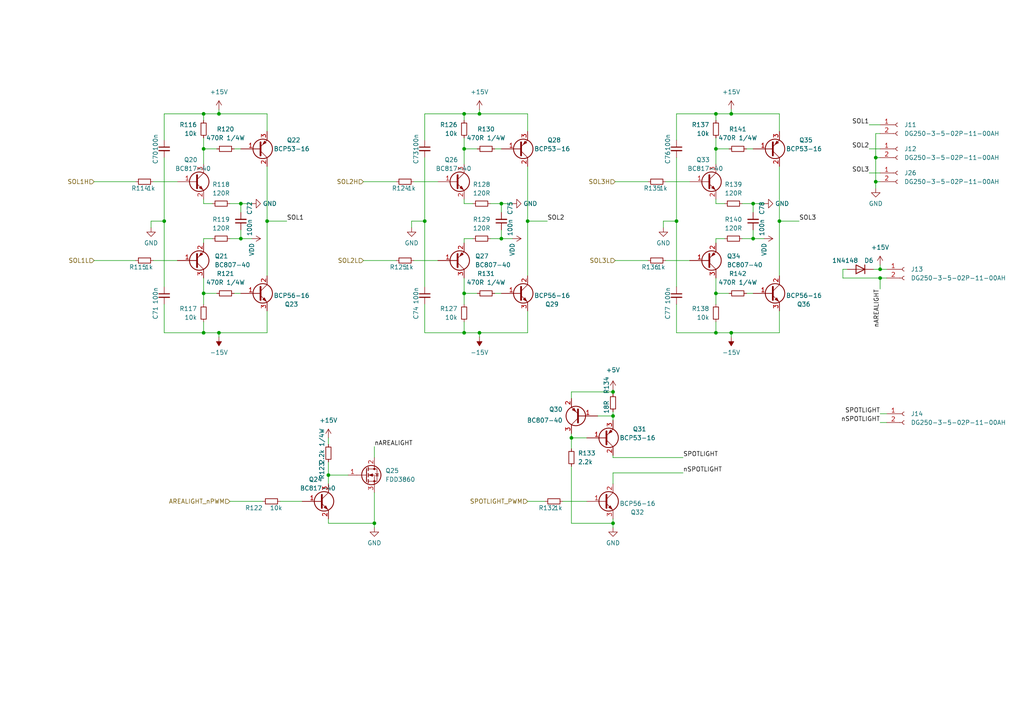
<source format=kicad_sch>
(kicad_sch (version 20231120) (generator "eeschema") (generator_version "8.0")
  (paper "A4")
  (lib_symbols
    (symbol "Connector:Conn_01x02_Female" (pin_names (offset 1.016) hide)
      (property "Reference" "J" (at 0 2.54 0))
      (property "Value" "Conn_01x02_Female" (at 0 -5.08 0))
      (symbol "Conn_01x02_Female_1_1"
        (arc (start 0 -2.032) (mid -0.5058 -2.54) (end 0 -3.048) (stroke (width 0.1524)))
        (polyline (pts (xy -1.27 -2.54) (xy -0.508 -2.54)) (stroke (width 0.1524)))
        (polyline (pts (xy -1.27 0) (xy -0.508 0)) (stroke (width 0.1524)))
        (arc (start 0 0.508) (mid -0.5058 0) (end 0 -0.508) (stroke (width 0.1524)))
        (pin passive line (at -5.08 0 0) (length 3.81) (name "Pin_1") (number "1"))
        (pin passive line (at -5.08 -2.54 0) (length 3.81) (name "Pin_2") (number "2"))
      )
    )
    (symbol "Device:C_Small" (pin_numbers hide) (pin_names (offset 0.254) hide)
      (property "Reference" "C" (at 0.254 1.778 0))
      (property "Value" "C_Small" (at 0.254 -2.032 0))
      (symbol "C_Small_0_1"
        (polyline (pts (xy -1.524 -0.508) (xy 1.524 -0.508)) (stroke (width 0.3302)))
        (polyline (pts (xy -1.524 0.508) (xy 1.524 0.508)) (stroke (width 0.3048)))
      )
      (symbol "C_Small_1_1"
        (pin passive line (at 0 2.54 270) (length 2.032) (name "~") (number "1"))
        (pin passive line (at 0 -2.54 90) (length 2.032) (name "~") (number "2"))
      )
    )
    (symbol "Device:Q_NMOS_GDS" (pin_names (offset 0) hide)
      (property "Reference" "Q" (at 5.08 1.27 0))
      (property "Value" "Q_NMOS_GDS" (at 5.08 -1.27 0))
      (symbol "Q_NMOS_GDS_0_1"
        (polyline (pts (xy 0.254 0) (xy -2.54 0)))
        (polyline (pts (xy 0.254 1.905) (xy 0.254 -1.905)) (stroke (width 0.254)))
        (polyline (pts (xy 0.762 -1.27) (xy 0.762 -2.286)) (stroke (width 0.254)))
        (polyline (pts (xy 0.762 0.508) (xy 0.762 -0.508)) (stroke (width 0.254)))
        (polyline (pts (xy 0.762 2.286) (xy 0.762 1.27)) (stroke (width 0.254)))
        (polyline (pts (xy 2.54 2.54) (xy 2.54 1.778)))
        (polyline (pts (xy 2.54 -2.54) (xy 2.54 0) (xy 0.762 0)))
        (polyline (pts (xy 0.762 -1.778) (xy 3.302 -1.778) (xy 3.302 1.778) (xy 0.762 1.778)))
        (polyline (pts (xy 1.016 0) (xy 2.032 0.381) (xy 2.032 -0.381) (xy 1.016 0)) (fill (type outline)))
        (polyline (pts (xy 2.794 0.508) (xy 2.921 0.381) (xy 3.683 0.381) (xy 3.81 0.254)))
        (polyline (pts (xy 3.302 0.381) (xy 2.921 -0.254) (xy 3.683 -0.254) (xy 3.302 0.381)))
        (circle (center 1.651 0) (radius 2.794) (stroke (width 0.254)))
        (circle (center 2.54 -1.778) (radius 0.254) (fill (type outline)))
        (circle (center 2.54 1.778) (radius 0.254) (fill (type outline)))
      )
      (symbol "Q_NMOS_GDS_1_1"
        (pin input line (at -5.08 0 0) (length 2.54) (name "G") (number "1"))
        (pin passive line (at 2.54 5.08 270) (length 2.54) (name "D") (number "2"))
        (pin passive line (at 2.54 -5.08 90) (length 2.54) (name "S") (number "3"))
      )
    )
    (symbol "Device:Q_PNP_BEC" (pin_names (offset 0) hide)
      (property "Reference" "Q" (at 5.08 1.27 0))
      (property "Value" "Q_PNP_BEC" (at 5.08 -1.27 0))
      (symbol "Q_PNP_BEC_0_1"
        (polyline (pts (xy 0.635 0.635) (xy 2.54 2.54)))
        (polyline (pts (xy 0.635 -0.635) (xy 2.54 -2.54) (xy 2.54 -2.54)))
        (polyline (pts (xy 0.635 1.905) (xy 0.635 -1.905) (xy 0.635 -1.905)) (stroke (width 0.508)))
        (polyline (pts (xy 2.286 -1.778) (xy 1.778 -2.286) (xy 1.27 -1.27) (xy 2.286 -1.778) (xy 2.286 -1.778)) (fill (type outline)))
        (circle (center 1.27 0) (radius 2.8194) (stroke (width 0.254)))
      )
      (symbol "Q_PNP_BEC_1_1"
        (pin input line (at -5.08 0 0) (length 5.715) (name "B") (number "1"))
        (pin passive line (at 2.54 -5.08 90) (length 2.54) (name "E") (number "2"))
        (pin passive line (at 2.54 5.08 270) (length 2.54) (name "C") (number "3"))
      )
    )
    (symbol "Device:R_Small" (pin_numbers hide) (pin_names (offset 0.254) hide)
      (property "Reference" "R" (at 0.762 0.508 0))
      (property "Value" "R_Small" (at 0.762 -1.016 0))
      (symbol "R_Small_0_1"
        (rectangle (start -0.762 1.778) (end 0.762 -1.778) (stroke (width 0.2032)))
      )
      (symbol "R_Small_1_1"
        (pin passive line (at 0 2.54 270) (length 0.762) (name "~") (number "1"))
        (pin passive line (at 0 -2.54 90) (length 0.762) (name "~") (number "2"))
      )
    )
    (symbol "Diode:1N4148" (pin_numbers hide) (pin_names (offset 1.016) hide)
      (property "Reference" "D" (at 0 2.54 0))
      (property "Value" "1N4148" (at 0 -2.54 0))
      (symbol "1N4148_0_1"
        (polyline (pts (xy -1.27 1.27) (xy -1.27 -1.27)) (stroke (width 0.254)))
        (polyline (pts (xy 1.27 0) (xy -1.27 0)))
        (polyline (pts (xy 1.27 1.27) (xy 1.27 -1.27) (xy -1.27 0) (xy 1.27 1.27)) (stroke (width 0.254)))
      )
      (symbol "1N4148_1_1"
        (pin passive line (at -3.81 0 0) (length 2.54) (name "K") (number "1"))
        (pin passive line (at 3.81 0 180) (length 2.54) (name "A") (number "2"))
      )
    )
    (symbol "Transistor_BJT:BC817" (pin_names (offset 0) hide)
      (property "Reference" "Q" (at 5.08 1.905 0))
      (property "Value" "BC817" (at 5.08 0 0))
      (symbol "BC817_0_1"
        (polyline (pts (xy 0.635 0.635) (xy 2.54 2.54)))
        (polyline (pts (xy 0.635 -0.635) (xy 2.54 -2.54) (xy 2.54 -2.54)))
        (polyline (pts (xy 0.635 1.905) (xy 0.635 -1.905) (xy 0.635 -1.905)) (stroke (width 0.508)))
        (polyline (pts (xy 1.27 -1.778) (xy 1.778 -1.27) (xy 2.286 -2.286) (xy 1.27 -1.778) (xy 1.27 -1.778)) (fill (type outline)))
        (circle (center 1.27 0) (radius 2.8194) (stroke (width 0.254)))
      )
      (symbol "BC817_1_1"
        (pin input line (at -5.08 0 0) (length 5.715) (name "B") (number "1"))
        (pin passive line (at 2.54 -5.08 90) (length 2.54) (name "E") (number "2"))
        (pin passive line (at 2.54 5.08 270) (length 2.54) (name "C") (number "3"))
      )
    )
    (symbol "Transistor_BJT:BCP53" (pin_names (offset 0) hide)
      (property "Reference" "Q" (at 5.08 1.905 0))
      (property "Value" "BCP53" (at 5.08 0 0))
      (symbol "BCP53_0_1"
        (polyline (pts (xy 0.635 0.635) (xy 2.54 2.54)))
        (polyline (pts (xy 0.635 -0.635) (xy 2.54 -2.54) (xy 2.54 -2.54)))
        (polyline (pts (xy 0.635 1.905) (xy 0.635 -1.905) (xy 0.635 -1.905)) (stroke (width 0.508)))
        (polyline (pts (xy 2.286 -1.778) (xy 1.778 -2.286) (xy 1.27 -1.27) (xy 2.286 -1.778) (xy 2.286 -1.778)) (fill (type outline)))
        (circle (center 1.27 0) (radius 2.8194) (stroke (width 0.254)))
      )
      (symbol "BCP53_1_1"
        (pin input line (at -5.08 0 0) (length 5.715) (name "B") (number "1"))
        (pin passive line (at 2.54 5.08 270) (length 2.54) (name "C") (number "2"))
        (pin passive line (at 2.54 -5.08 90) (length 2.54) (name "E") (number "3"))
        (pin passive line (at 2.54 5.08 270) (length 2.54) hide (name "C") (number "4"))
      )
    )
    (symbol "Transistor_BJT:BCP56" (pin_names (offset 0) hide)
      (property "Reference" "Q" (at 5.08 1.905 0))
      (property "Value" "BCP56" (at 5.08 0 0))
      (symbol "BCP56_0_1"
        (polyline (pts (xy 0.635 0.635) (xy 2.54 2.54)))
        (polyline (pts (xy 0.635 -0.635) (xy 2.54 -2.54) (xy 2.54 -2.54)))
        (polyline (pts (xy 0.635 1.905) (xy 0.635 -1.905) (xy 0.635 -1.905)) (stroke (width 0.508)))
        (polyline (pts (xy 1.27 -1.778) (xy 1.778 -1.27) (xy 2.286 -2.286) (xy 1.27 -1.778) (xy 1.27 -1.778)) (fill (type outline)))
        (circle (center 1.27 0) (radius 2.8194) (stroke (width 0.254)))
      )
      (symbol "BCP56_1_1"
        (pin input line (at -5.08 0 0) (length 5.715) (name "B") (number "1"))
        (pin passive line (at 2.54 5.08 270) (length 2.54) (name "C") (number "2"))
        (pin passive line (at 2.54 -5.08 90) (length 2.54) (name "E") (number "3"))
        (pin passive line (at 2.54 5.08 270) (length 2.54) hide (name "C") (number "4"))
      )
    )
    (symbol "power:+15V" (power) (pin_names (offset 0))
      (property "Value" "+15V" (at 0 3.556 0))
      (symbol "+15V_0_1"
        (polyline (pts (xy -0.762 1.27) (xy 0 2.54)))
        (polyline (pts (xy 0 0) (xy 0 2.54)))
        (polyline (pts (xy 0 2.54) (xy 0.762 1.27)))
      )
      (symbol "+15V_1_1"
        (pin power_in line (at 0 0 90) (length 0) hide (name "+15V") (number "1"))
      )
    )
    (symbol "power:+5V" (power) (pin_names (offset 0))
      (property "Value" "+5V" (at 0 3.556 0))
      (symbol "+5V_0_1"
        (polyline (pts (xy -0.762 1.27) (xy 0 2.54)))
        (polyline (pts (xy 0 0) (xy 0 2.54)))
        (polyline (pts (xy 0 2.54) (xy 0.762 1.27)))
      )
      (symbol "+5V_1_1"
        (pin power_in line (at 0 0 90) (length 0) hide (name "+5V") (number "1"))
      )
    )
    (symbol "power:-15V" (power) (pin_names (offset 0))
      (property "Value" "-15V" (at 0 3.81 0))
      (symbol "-15V_0_0"
        (pin power_in line (at 0 0 90) (length 0) hide (name "-15V") (number "1"))
      )
      (symbol "-15V_0_1"
        (polyline (pts (xy 0 0) (xy 0 1.27) (xy 0.762 1.27) (xy 0 2.54) (xy -0.762 1.27) (xy 0 1.27)) (fill (type outline)))
      )
    )
    (symbol "power:GND" (power) (pin_names (offset 0))
      (property "Value" "GND" (at 0 -3.81 0))
      (symbol "GND_0_1"
        (polyline (pts (xy 0 0) (xy 0 -1.27) (xy 1.27 -1.27) (xy 0 -2.54) (xy -1.27 -1.27) (xy 0 -1.27)))
      )
      (symbol "GND_1_1"
        (pin power_in line (at 0 0 270) (length 0) hide (name "GND") (number "1"))
      )
    )
    (symbol "power:VDD" (power) (pin_names (offset 0))
      (property "Value" "VDD" (at 0 3.81 0))
      (symbol "VDD_0_1"
        (polyline (pts (xy -0.762 1.27) (xy 0 2.54)))
        (polyline (pts (xy 0 0) (xy 0 2.54)))
        (polyline (pts (xy 0 2.54) (xy 0.762 1.27)))
      )
      (symbol "VDD_1_1"
        (pin power_in line (at 0 0 90) (length 0) hide (name "VDD") (number "1"))
      )
    )
  )
  (junction (at 177.8 120.65))
  (junction (at 47.625 64.135))
  (junction (at 59.055 96.52))
  (junction (at 69.85 69.215))
  (junction (at 153.035 64.135))
  (junction (at 207.645 33.02))
  (junction (at 63.5 33.02))
  (junction (at 212.09 33.02))
  (junction (at 95.25 137.795))
  (junction (at 145.415 69.215))
  (junction (at 59.055 43.18))
  (junction (at 77.47 64.135))
  (junction (at 218.44 69.215))
  (junction (at 69.85 59.055))
  (junction (at 108.585 151.765))
  (junction (at 134.62 43.18))
  (junction (at 254 45.72))
  (junction (at 207.645 85.09))
  (junction (at 134.62 85.09))
  (junction (at 196.215 64.135))
  (junction (at 254 52.705))
  (junction (at 255.27 80.645))
  (junction (at 212.09 96.52))
  (junction (at 255.27 78.105))
  (junction (at 177.8 113.665))
  (junction (at 134.62 96.52))
  (junction (at 165.735 127))
  (junction (at 123.19 64.135))
  (junction (at 139.065 96.52))
  (junction (at 63.5 96.52))
  (junction (at 226.06 64.135))
  (junction (at 207.645 96.52))
  (junction (at 134.62 33.02))
  (junction (at 59.055 33.02))
  (junction (at 145.415 59.055))
  (junction (at 177.8 151.765))
  (junction (at 207.645 43.18))
  (junction (at 218.44 59.055))
  (junction (at 59.055 85.09))
  (junction (at 139.065 33.02))
  (wire (pts (xy 67.945 85.09) (xy 69.85 85.09)))
  (wire (pts (xy 226.06 64.135) (xy 231.775 64.135)))
  (wire (pts (xy 163.195 145.415) (xy 170.18 145.415)))
  (wire (pts (xy 59.055 43.18) (xy 59.055 47.625)))
  (wire (pts (xy 134.62 33.02) (xy 139.065 33.02)))
  (wire (pts (xy 95.25 137.795) (xy 95.25 140.335)))
  (wire (pts (xy 119.38 64.135) (xy 123.19 64.135)))
  (wire (pts (xy 134.62 80.645) (xy 134.62 85.09)))
  (wire (pts (xy 123.19 64.135) (xy 123.19 83.185)))
  (wire (pts (xy 63.5 31.75) (xy 63.5 33.02)))
  (wire (pts (xy 105.41 52.705) (xy 114.935 52.705)))
  (wire (pts (xy 170.18 127) (xy 165.735 127)))
  (wire (pts (xy 255.27 78.105) (xy 257.175 78.105)))
  (wire (pts (xy 177.8 113.03) (xy 177.8 113.665)))
  (wire (pts (xy 177.8 151.765) (xy 177.8 153.035)))
  (wire (pts (xy 47.625 45.72) (xy 47.625 64.135)))
  (wire (pts (xy 47.625 33.02) (xy 59.055 33.02)))
  (wire (pts (xy 120.015 75.565) (xy 127 75.565)))
  (wire (pts (xy 139.065 96.52) (xy 139.065 97.79)))
  (wire (pts (xy 207.645 40.005) (xy 207.645 43.18)))
  (wire (pts (xy 193.04 75.565) (xy 200.025 75.565)))
  (wire (pts (xy 47.625 64.135) (xy 47.625 83.185)))
  (wire (pts (xy 257.175 80.645) (xy 255.27 80.645)))
  (wire (pts (xy 153.035 90.17) (xy 153.035 96.52)))
  (wire (pts (xy 177.8 113.665) (xy 177.8 114.3)))
  (wire (pts (xy 139.065 96.52) (xy 153.035 96.52)))
  (wire (pts (xy 43.815 66.04) (xy 43.815 64.135)))
  (wire (pts (xy 77.47 64.135) (xy 77.47 80.01)))
  (wire (pts (xy 105.41 75.565) (xy 114.935 75.565)))
  (wire (pts (xy 207.645 33.02) (xy 212.09 33.02)))
  (wire (pts (xy 66.675 145.415) (xy 76.2 145.415)))
  (wire (pts (xy 226.06 90.17) (xy 226.06 96.52)))
  (wire (pts (xy 153.035 64.135) (xy 158.75 64.135)))
  (wire (pts (xy 207.645 96.52) (xy 212.09 96.52)))
  (wire (pts (xy 134.62 43.18) (xy 134.62 47.625)))
  (wire (pts (xy 47.625 88.265) (xy 47.625 96.52)))
  (wire (pts (xy 165.735 151.765) (xy 177.8 151.765)))
  (wire (pts (xy 143.51 43.18) (xy 145.415 43.18)))
  (wire (pts (xy 145.415 69.215) (xy 142.24 69.215)))
  (wire (pts (xy 218.44 69.215) (xy 215.265 69.215)))
  (wire (pts (xy 212.09 96.52) (xy 212.09 97.79)))
  (wire (pts (xy 134.62 40.005) (xy 134.62 43.18)))
  (wire (pts (xy 196.215 88.265) (xy 196.215 96.52)))
  (wire (pts (xy 134.62 33.02) (xy 134.62 34.925)))
  (wire (pts (xy 69.85 59.055) (xy 69.85 61.595)))
  (wire (pts (xy 244.475 80.645) (xy 244.475 78.105)))
  (wire (pts (xy 139.065 33.02) (xy 153.035 33.02)))
  (wire (pts (xy 134.62 43.18) (xy 138.43 43.18)))
  (wire (pts (xy 63.5 96.52) (xy 63.5 97.79)))
  (wire (pts (xy 44.45 52.705) (xy 51.435 52.705)))
  (wire (pts (xy 59.055 33.02) (xy 63.5 33.02)))
  (wire (pts (xy 221.615 69.215) (xy 218.44 69.215)))
  (wire (pts (xy 77.47 33.02) (xy 77.47 38.1)))
  (wire (pts (xy 178.435 75.565) (xy 187.96 75.565)))
  (wire (pts (xy 255.27 76.835) (xy 255.27 78.105)))
  (wire (pts (xy 192.405 64.135) (xy 196.215 64.135)))
  (wire (pts (xy 123.19 45.72) (xy 123.19 64.135)))
  (wire (pts (xy 177.8 132.08) (xy 177.8 132.715)))
  (wire (pts (xy 255.27 120.015) (xy 257.175 120.015)))
  (wire (pts (xy 252.095 36.195) (xy 255.27 36.195)))
  (wire (pts (xy 134.62 69.215) (xy 134.62 70.485)))
  (wire (pts (xy 73.025 69.215) (xy 69.85 69.215)))
  (wire (pts (xy 134.62 85.09) (xy 134.62 88.265)))
  (wire (pts (xy 27.305 75.565) (xy 39.37 75.565)))
  (wire (pts (xy 165.735 135.255) (xy 165.735 151.765)))
  (wire (pts (xy 212.09 33.02) (xy 226.06 33.02)))
  (wire (pts (xy 59.055 33.02) (xy 59.055 34.925)))
  (wire (pts (xy 134.62 57.785) (xy 134.62 59.055)))
  (wire (pts (xy 173.355 120.65) (xy 177.8 120.65)))
  (wire (pts (xy 69.85 66.675) (xy 69.85 69.215)))
  (wire (pts (xy 207.645 57.785) (xy 207.645 59.055)))
  (wire (pts (xy 207.645 93.345) (xy 207.645 96.52)))
  (wire (pts (xy 255.27 80.645) (xy 255.27 83.82)))
  (wire (pts (xy 177.8 119.38) (xy 177.8 120.65)))
  (wire (pts (xy 142.24 59.055) (xy 145.415 59.055)))
  (wire (pts (xy 134.62 85.09) (xy 138.43 85.09)))
  (wire (pts (xy 216.535 85.09) (xy 218.44 85.09)))
  (wire (pts (xy 196.215 33.02) (xy 196.215 40.64)))
  (wire (pts (xy 139.065 31.75) (xy 139.065 33.02)))
  (wire (pts (xy 153.035 145.415) (xy 158.115 145.415)))
  (wire (pts (xy 207.645 43.18) (xy 211.455 43.18)))
  (wire (pts (xy 145.415 59.055) (xy 145.415 61.595)))
  (wire (pts (xy 226.06 48.26) (xy 226.06 64.135)))
  (wire (pts (xy 207.645 59.055) (xy 210.185 59.055)))
  (wire (pts (xy 226.06 33.02) (xy 226.06 38.1)))
  (wire (pts (xy 252.095 50.165) (xy 255.27 50.165)))
  (wire (pts (xy 192.405 66.04) (xy 192.405 64.135)))
  (wire (pts (xy 77.47 64.135) (xy 83.185 64.135)))
  (wire (pts (xy 177.8 120.65) (xy 177.8 121.92)))
  (wire (pts (xy 254 52.705) (xy 255.27 52.705)))
  (wire (pts (xy 196.215 45.72) (xy 196.215 64.135)))
  (wire (pts (xy 66.675 59.055) (xy 69.85 59.055)))
  (wire (pts (xy 177.8 137.16) (xy 198.12 137.16)))
  (wire (pts (xy 69.85 69.215) (xy 66.675 69.215)))
  (wire (pts (xy 255.27 80.645) (xy 244.475 80.645)))
  (wire (pts (xy 255.27 38.735) (xy 254 38.735)))
  (wire (pts (xy 27.305 52.705) (xy 39.37 52.705)))
  (wire (pts (xy 177.8 132.715) (xy 198.12 132.715)))
  (wire (pts (xy 95.25 127) (xy 95.25 128.905)))
  (wire (pts (xy 95.25 151.765) (xy 108.585 151.765)))
  (wire (pts (xy 207.645 85.09) (xy 211.455 85.09)))
  (wire (pts (xy 59.055 40.005) (xy 59.055 43.18)))
  (wire (pts (xy 59.055 69.215) (xy 59.055 70.485)))
  (wire (pts (xy 77.47 90.17) (xy 77.47 96.52)))
  (wire (pts (xy 226.06 64.135) (xy 226.06 80.01)))
  (wire (pts (xy 44.45 75.565) (xy 51.435 75.565)))
  (wire (pts (xy 252.095 43.18) (xy 255.27 43.18)))
  (wire (pts (xy 196.215 96.52) (xy 207.645 96.52)))
  (wire (pts (xy 145.415 66.675) (xy 145.415 69.215)))
  (wire (pts (xy 119.38 66.04) (xy 119.38 64.135)))
  (wire (pts (xy 108.585 151.765) (xy 108.585 153.035)))
  (wire (pts (xy 207.645 80.645) (xy 207.645 85.09)))
  (wire (pts (xy 210.185 69.215) (xy 207.645 69.215)))
  (wire (pts (xy 212.09 31.75) (xy 212.09 33.02)))
  (wire (pts (xy 134.62 93.345) (xy 134.62 96.52)))
  (wire (pts (xy 207.645 69.215) (xy 207.645 70.485)))
  (wire (pts (xy 123.19 88.265) (xy 123.19 96.52)))
  (wire (pts (xy 63.5 96.52) (xy 77.47 96.52)))
  (wire (pts (xy 177.8 140.335) (xy 177.8 137.16)))
  (wire (pts (xy 177.8 150.495) (xy 177.8 151.765)))
  (wire (pts (xy 95.25 150.495) (xy 95.25 151.765)))
  (wire (pts (xy 134.62 96.52) (xy 139.065 96.52)))
  (wire (pts (xy 143.51 85.09) (xy 145.415 85.09)))
  (wire (pts (xy 196.215 33.02) (xy 207.645 33.02)))
  (wire (pts (xy 165.735 127) (xy 165.735 125.73)))
  (wire (pts (xy 108.585 129.54) (xy 108.585 132.715)))
  (wire (pts (xy 137.16 69.215) (xy 134.62 69.215)))
  (wire (pts (xy 61.595 69.215) (xy 59.055 69.215)))
  (wire (pts (xy 253.365 78.105) (xy 255.27 78.105)))
  (wire (pts (xy 63.5 33.02) (xy 77.47 33.02)))
  (wire (pts (xy 153.035 33.02) (xy 153.035 38.1)))
  (wire (pts (xy 77.47 48.26) (xy 77.47 64.135)))
  (wire (pts (xy 207.645 33.02) (xy 207.645 34.925)))
  (wire (pts (xy 254 45.72) (xy 254 52.705)))
  (wire (pts (xy 59.055 43.18) (xy 62.865 43.18)))
  (wire (pts (xy 193.04 52.705) (xy 200.025 52.705)))
  (wire (pts (xy 215.265 59.055) (xy 218.44 59.055)))
  (wire (pts (xy 59.055 96.52) (xy 63.5 96.52)))
  (wire (pts (xy 67.945 43.18) (xy 69.85 43.18)))
  (wire (pts (xy 59.055 93.345) (xy 59.055 96.52)))
  (wire (pts (xy 255.27 122.555) (xy 257.175 122.555)))
  (wire (pts (xy 81.28 145.415) (xy 87.63 145.415)))
  (wire (pts (xy 59.055 85.09) (xy 59.055 88.265)))
  (wire (pts (xy 178.435 52.705) (xy 187.96 52.705)))
  (wire (pts (xy 165.735 115.57) (xy 165.735 113.665)))
  (wire (pts (xy 69.85 59.055) (xy 73.025 59.055)))
  (wire (pts (xy 59.055 85.09) (xy 62.865 85.09)))
  (wire (pts (xy 153.035 48.26) (xy 153.035 64.135)))
  (wire (pts (xy 254 38.735) (xy 254 45.72)))
  (wire (pts (xy 218.44 59.055) (xy 221.615 59.055)))
  (wire (pts (xy 145.415 59.055) (xy 148.59 59.055)))
  (wire (pts (xy 207.645 85.09) (xy 207.645 88.265)))
  (wire (pts (xy 207.645 43.18) (xy 207.645 47.625)))
  (wire (pts (xy 47.625 96.52) (xy 59.055 96.52)))
  (wire (pts (xy 218.44 59.055) (xy 218.44 61.595)))
  (wire (pts (xy 95.25 133.985) (xy 95.25 137.795)))
  (wire (pts (xy 123.19 33.02) (xy 134.62 33.02)))
  (wire (pts (xy 218.44 66.675) (xy 218.44 69.215)))
  (wire (pts (xy 47.625 33.02) (xy 47.625 40.64)))
  (wire (pts (xy 244.475 78.105) (xy 245.745 78.105)))
  (wire (pts (xy 148.59 69.215) (xy 145.415 69.215)))
  (wire (pts (xy 59.055 59.055) (xy 61.595 59.055)))
  (wire (pts (xy 59.055 80.645) (xy 59.055 85.09)))
  (wire (pts (xy 43.815 64.135) (xy 47.625 64.135)))
  (wire (pts (xy 165.735 127) (xy 165.735 130.175)))
  (wire (pts (xy 123.19 33.02) (xy 123.19 40.64)))
  (wire (pts (xy 120.015 52.705) (xy 127 52.705)))
  (wire (pts (xy 216.535 43.18) (xy 218.44 43.18)))
  (wire (pts (xy 153.035 64.135) (xy 153.035 80.01)))
  (wire (pts (xy 212.09 96.52) (xy 226.06 96.52)))
  (wire (pts (xy 95.25 137.795) (xy 100.965 137.795)))
  (wire (pts (xy 254 52.705) (xy 254 54.61)))
  (wire (pts (xy 108.585 142.875) (xy 108.585 151.765)))
  (wire (pts (xy 165.735 113.665) (xy 177.8 113.665)))
  (wire (pts (xy 196.215 64.135) (xy 196.215 83.185)))
  (wire (pts (xy 59.055 57.785) (xy 59.055 59.055)))
  (wire (pts (xy 134.62 59.055) (xy 137.16 59.055)))
  (wire (pts (xy 123.19 96.52) (xy 134.62 96.52)))
  (wire (pts (xy 254 45.72) (xy 255.27 45.72)))
  (label "nSPOTLIGHT" (at 255.27 122.555 180))
  (label "SOL2" (at 158.75 64.135 0))
  (label "nAREALIGHT" (at 108.585 129.54 0))
  (label "SPOTLIGHT" (at 198.12 132.715 0))
  (label "SOL3" (at 252.095 50.165 180))
  (label "nAREALIGHT" (at 255.27 83.82 270))
  (label "SOL2" (at 252.095 43.18 180))
  (label "SPOTLIGHT" (at 255.27 120.015 180))
  (label "nSPOTLIGHT" (at 198.12 137.16 0))
  (label "SOL1" (at 83.185 64.135 0))
  (label "SOL3" (at 231.775 64.135 0))
  (label "SOL1" (at 252.095 36.195 180))
  (hierarchical_label "SPOTLIGHT_PWM" (shape input) (at 153.035 145.415 180))
  (hierarchical_label "SOL3L" (shape input) (at 178.435 75.565 180))
  (hierarchical_label "SOL1H" (shape input) (at 27.305 52.705 180))
  (hierarchical_label "SOL2L" (shape input) (at 105.41 75.565 180))
  (hierarchical_label "SOL1L" (shape input) (at 27.305 75.565 180))
  (hierarchical_label "SOL3H" (shape input) (at 178.435 52.705 180))
  (hierarchical_label "SOL2H" (shape input) (at 105.41 52.705 180))
  (hierarchical_label "AREALIGHT_nPWM" (shape input) (at 66.675 145.415 180))
  (symbol (lib_id "Transistor_BJT:BC817") (at 92.71 145.415 0) (unit 1)
    (property "Reference" "Q24" (at 89.535 139.065 0) (effects (justify left)))
    (property "Value" "BC817-40" (at 86.995 141.605 0) (effects (justify left)))
    (property "Footprint" "Package_TO_SOT_SMD:SOT-23" (effects (hide yes)))
    (property "Datasheet" "https://www.onsemi.com/pub/Collateral/BC818-D.pdf" (effects (hide yes)))
    (property "Link" "https://ozdisan.com/power-semiconductors/transistors/discrete-transistors/BC817-40215" (effects (hide yes)))
    (property "Price" "0.02586" (effects (hide yes)))
  )
  (symbol (lib_id "power:+15V") (at 212.09 31.75 0) (unit 1)
    (property "Reference" "#PWR0125" (effects (hide yes)))
    (property "Value" "+15V" (at 212.09 26.67 0))
  )
  (symbol (lib_id "power:-15V") (at 139.065 97.79 180) (unit 1)
    (property "Reference" "#PWR0119" (effects (hide yes)))
    (property "Value" "-15V" (at 139.065 102.235 0))
  )
  (symbol (lib_id "Device:R_Small") (at 41.91 75.565 270) (unit 1)
    (property "Reference" "R115" (at 40.005 77.47 90))
    (property "Value" "1k" (at 43.18 77.47 90))
    (property "Footprint" "Resistor_SMD:R_0603_1608Metric_Pad0.98x0.95mm_HandSolder" (effects (hide yes)))
    (property "Link" "https://ozdisan.com/passive-components/resistors/smt-smd-and-chip-resistors/0603SAF1001T5E" (effects (hide yes)))
    (property "Price" "0.00221" (effects (hide yes)))
  )
  (symbol (lib_id "Device:Q_PNP_BEC") (at 56.515 75.565 0) (mirror x) (unit 1)
    (property "Reference" "Q21" (at 62.23 74.2949 0) (effects (justify left)))
    (property "Value" "BC807-40" (at 62.23 76.8349 0) (effects (justify left)))
    (property "Footprint" "Package_TO_SOT_SMD:SOT-23" (effects (hide yes)))
    (property "Link" "https://ozdisan.com/power-semiconductors/transistors/discrete-transistors/BC807-40215" (effects (hide yes)))
    (property "Price" "0.02281" (effects (hide yes)))
  )
  (symbol (lib_id "Device:R_Small") (at 190.5 75.565 270) (unit 1)
    (property "Reference" "R136" (at 188.595 77.47 90))
    (property "Value" "1k" (at 191.77 77.47 90))
    (property "Footprint" "Resistor_SMD:R_0603_1608Metric_Pad0.98x0.95mm_HandSolder" (effects (hide yes)))
    (property "Link" "https://ozdisan.com/passive-components/resistors/smt-smd-and-chip-resistors/0603SAF1001T5E" (effects (hide yes)))
    (property "Price" "0.00221" (effects (hide yes)))
  )
  (symbol (lib_id "power:-15V") (at 212.09 97.79 180) (unit 1)
    (property "Reference" "#PWR0126" (effects (hide yes)))
    (property "Value" "-15V" (at 212.09 102.235 0))
  )
  (symbol (lib_id "Device:R_Small") (at 139.7 59.055 270) (unit 1)
    (property "Reference" "R128" (at 139.7 53.5001 90))
    (property "Value" "120R" (at 139.7 56.0401 90))
    (property "Footprint" "Resistor_SMD:R_0603_1608Metric_Pad0.98x0.95mm_HandSolder" (effects (hide yes)))
    (property "Link" "https://ozdisan.com/passive-components/resistors/smt-smd-and-chip-resistors/0603WAJ0121T5E" (effects (hide yes)))
    (property "Price" "0.00169" (effects (hide yes)))
  )
  (symbol (lib_id "Device:R_Small") (at 213.995 85.09 90) (unit 1)
    (property "Reference" "R142" (at 213.995 79.375 90))
    (property "Value" "470R 1/4W" (at 213.995 81.915 90))
    (property "Footprint" "Resistor_SMD:R_0805_2012Metric_Pad1.20x1.40mm_HandSolder" (effects (hide yes)))
    (property "Link" "https://ozdisan.com/passive-components/resistors/smt-smd-and-chip-resistors/HP05W3F4700T5E" (effects (hide yes)))
    (property "Price" "0.01040" (effects (hide yes)))
  )
  (symbol (lib_id "Device:R_Small") (at 41.91 52.705 270) (unit 1)
    (property "Reference" "R114" (at 40.64 54.61 90))
    (property "Value" "1k" (at 43.815 54.61 90))
    (property "Footprint" "Resistor_SMD:R_0603_1608Metric_Pad0.98x0.95mm_HandSolder" (effects (hide yes)))
    (property "Link" "https://ozdisan.com/passive-components/resistors/smt-smd-and-chip-resistors/0603SAF1001T5E" (effects (hide yes)))
    (property "Price" "0.00221" (effects (hide yes)))
  )
  (symbol (lib_id "Transistor_BJT:BCP53") (at 175.26 127 0) (mirror x) (unit 1)
    (property "Reference" "Q31" (at 183.515 124.46 0) (effects (justify left)))
    (property "Value" "BCP53-16" (at 179.705 127 0) (effects (justify left)))
    (property "Footprint" "Package_TO_SOT_SMD:SOT-223" (effects (hide yes)))
    (property "Datasheet" "http://www.onsemi.com/pub_link/Collateral/BCP53T1-D.PDF" (effects (hide yes)))
    (property "Link" "https://ozdisan.com/power-semiconductors/transistors/discrete-transistors/BCP53-16115" (effects (hide yes)))
    (property "Price" "0.13099" (effects (hide yes)))
  )
  (symbol (lib_id "Transistor_BJT:BCP53") (at 223.52 43.18 0) (mirror x) (unit 1)
    (property "Reference" "Q35" (at 231.775 40.64 0) (effects (justify left)))
    (property "Value" "BCP53-16" (at 227.965 43.18 0) (effects (justify left)))
    (property "Footprint" "Package_TO_SOT_SMD:SOT-223" (effects (hide yes)))
    (property "Datasheet" "http://www.onsemi.com/pub_link/Collateral/BCP53T1-D.PDF" (effects (hide yes)))
    (property "Link" "https://ozdisan.com/power-semiconductors/transistors/discrete-transistors/BCP53-16115" (effects (hide yes)))
    (property "Price" "0.13099" (effects (hide yes)))
  )
  (symbol (lib_id "Transistor_BJT:BCP53") (at 150.495 43.18 0) (mirror x) (unit 1)
    (property "Reference" "Q28" (at 158.75 40.64 0) (effects (justify left)))
    (property "Value" "BCP53-16" (at 154.94 43.18 0) (effects (justify left)))
    (property "Footprint" "Package_TO_SOT_SMD:SOT-223" (effects (hide yes)))
    (property "Datasheet" "http://www.onsemi.com/pub_link/Collateral/BCP53T1-D.PDF" (effects (hide yes)))
    (property "Link" "https://ozdisan.com/power-semiconductors/transistors/discrete-transistors/BCP53-16115" (effects (hide yes)))
    (property "Price" "0.13099" (effects (hide yes)))
  )
  (symbol (lib_id "Device:Q_PNP_BEC") (at 168.275 120.65 180) (unit 1)
    (property "Reference" "Q30" (at 163.195 118.7449 0) (effects (justify left)))
    (property "Value" "BC807-40" (at 163.195 121.9199 0) (effects (justify left)))
    (property "Footprint" "Package_TO_SOT_SMD:SOT-23" (effects (hide yes)))
    (property "Link" "https://ozdisan.com/power-semiconductors/transistors/discrete-transistors/BC807-40215" (effects (hide yes)))
    (property "Price" "0.02281" (effects (hide yes)))
  )
  (symbol (lib_id "Device:R_Small") (at 65.405 85.09 90) (unit 1)
    (property "Reference" "R121" (at 65.405 79.375 90))
    (property "Value" "470R 1/4W" (at 65.405 81.915 90))
    (property "Footprint" "Resistor_SMD:R_0805_2012Metric_Pad1.20x1.40mm_HandSolder" (effects (hide yes)))
    (property "Link" "https://ozdisan.com/passive-components/resistors/smt-smd-and-chip-resistors/HP05W3F4700T5E" (effects (hide yes)))
    (property "Price" "0.01040" (effects (hide yes)))
  )
  (symbol (lib_id "Device:C_Small") (at 145.415 64.135 180) (unit 1)
    (property "Reference" "C75" (at 147.955 58.42 90) (effects (justify left)))
    (property "Value" "100n" (at 147.955 63.5 90) (effects (justify left)))
    (property "Footprint" "Capacitor_SMD:C_0603_1608Metric_Pad1.08x0.95mm_HandSolder" (effects (hide yes)))
    (property "Link" "https://ozdisan.com/passive-components/capacitors/smt-smd-and-mlcc-capacitors/CL10B104KB8NNNC" (effects (hide yes)))
    (property "Price" "0.00448" (effects (hide yes)))
  )
  (symbol (lib_id "power:GND") (at 177.8 153.035 0) (unit 1)
    (property "Reference" "#PWR0123" (effects (hide yes)))
    (property "Value" "GND" (at 177.8 157.48 0))
  )
  (symbol (lib_id "power:GND") (at 43.815 66.04 0) (unit 1)
    (property "Reference" "#PWR0110" (effects (hide yes)))
    (property "Value" "GND" (at 43.815 70.485 0))
  )
  (symbol (lib_id "Device:C_Small") (at 69.85 64.135 180) (unit 1)
    (property "Reference" "C72" (at 72.39 58.42 90) (effects (justify left)))
    (property "Value" "100n" (at 72.39 63.5 90) (effects (justify left)))
    (property "Footprint" "Capacitor_SMD:C_0603_1608Metric_Pad1.08x0.95mm_HandSolder" (effects (hide yes)))
    (property "Link" "https://ozdisan.com/passive-components/capacitors/smt-smd-and-mlcc-capacitors/CL10B104KB8NNNC" (effects (hide yes)))
    (property "Price" "0.00448" (effects (hide yes)))
  )
  (symbol (lib_id "Connector:Conn_01x02_Female") (at 262.255 78.105 0) (unit 1)
    (property "Reference" "J13" (at 264.16 78.1049 0) (effects (justify left)))
    (property "Value" "DG250-3-5-02P-11-00AH" (at 264.16 80.6449 0) (effects (justify left)))
    (property "Footprint" "conn:DG250-3-5-02P-11-00AH" (effects (hide yes)))
    (property "Link" "https://ozdisan.com/connectors-and-interconnects/terminal-blocks/pcb-terminal-blocks/DG250-3-5-02P-11-00AH" (effects (hide yes)))
    (property "Price" "0.10187" (effects (hide yes)))
  )
  (symbol (lib_id "Device:C_Small") (at 196.215 85.725 0) (unit 1)
    (property "Reference" "C77" (at 193.675 92.71 90) (effects (justify left)))
    (property "Value" "100n" (at 193.675 88.265 90) (effects (justify left)))
    (property "Footprint" "Capacitor_SMD:C_0603_1608Metric_Pad1.08x0.95mm_HandSolder" (effects (hide yes)))
    (property "Link" "https://ozdisan.com/passive-components/capacitors/smt-smd-and-mlcc-capacitors/CL10B104KB8NNNC" (effects (hide yes)))
    (property "Price" "0.00448" (effects (hide yes)))
  )
  (symbol (lib_id "Device:R_Small") (at 59.055 90.805 0) (mirror x) (unit 1)
    (property "Reference" "R117" (at 57.15 89.5349 0) (effects (justify right)))
    (property "Value" "10k" (at 57.15 92.0749 0) (effects (justify right)))
    (property "Footprint" "Resistor_SMD:R_0603_1608Metric_Pad0.98x0.95mm_HandSolder" (effects (hide yes)))
    (property "Link" "https://ozdisan.com/passive-components/resistors/smt-smd-and-chip-resistors/0603SAF1002T5E" (effects (hide yes)))
    (property "Price" "0.00221" (effects (hide yes)))
  )
  (symbol (lib_id "Device:C_Small") (at 123.19 43.18 0) (unit 1)
    (property "Reference" "C73" (at 120.65 47.625 90) (effects (justify left)))
    (property "Value" "100n" (at 120.65 43.815 90) (effects (justify left)))
    (property "Footprint" "Capacitor_SMD:C_0603_1608Metric_Pad1.08x0.95mm_HandSolder" (effects (hide yes)))
    (property "Link" "https://ozdisan.com/passive-components/capacitors/smt-smd-and-mlcc-capacitors/CL10B104KB8NNNC" (effects (hide yes)))
    (property "Price" "0.00448" (effects (hide yes)))
  )
  (symbol (lib_id "power:GND") (at 119.38 66.04 0) (unit 1)
    (property "Reference" "#PWR0117" (effects (hide yes)))
    (property "Value" "GND" (at 119.38 70.485 0))
  )
  (symbol (lib_id "power:GND") (at 148.59 59.055 90) (unit 1)
    (property "Reference" "#PWR0120" (effects (hide yes)))
    (property "Value" "GND" (at 151.765 59.0549 90) (effects (justify right)))
  )
  (symbol (lib_id "Device:R_Small") (at 59.055 37.465 0) (mirror x) (unit 1)
    (property "Reference" "R116" (at 57.15 36.1949 0) (effects (justify right)))
    (property "Value" "10k" (at 57.15 38.7349 0) (effects (justify right)))
    (property "Footprint" "Resistor_SMD:R_0603_1608Metric_Pad0.98x0.95mm_HandSolder" (effects (hide yes)))
    (property "Link" "https://ozdisan.com/passive-components/resistors/smt-smd-and-chip-resistors/0603SAF1002T5E" (effects (hide yes)))
    (property "Price" "0.00221" (effects (hide yes)))
  )
  (symbol (lib_id "Device:Q_PNP_BEC") (at 132.08 75.565 0) (mirror x) (unit 1)
    (property "Reference" "Q27" (at 137.795 74.2949 0) (effects (justify left)))
    (property "Value" "BC807-40" (at 137.795 76.8349 0) (effects (justify left)))
    (property "Footprint" "Package_TO_SOT_SMD:SOT-23" (effects (hide yes)))
    (property "Link" "https://ozdisan.com/power-semiconductors/transistors/discrete-transistors/BC807-40215" (effects (hide yes)))
    (property "Price" "0.02281" (effects (hide yes)))
  )
  (symbol (lib_id "Device:R_Small") (at 95.25 131.445 180) (unit 1)
    (property "Reference" "R123" (at 93.345 139.065 90) (effects (justify right)))
    (property "Value" "2.2k 1/4W" (at 93.345 134.62 90) (effects (justify right)))
    (property "Footprint" "Resistor_SMD:R_0805_2012Metric_Pad1.20x1.40mm_HandSolder" (effects (hide yes)))
    (property "Link" "https://ozdisan.com/passive-components/resistors/smt-smd-and-chip-resistors/HP05W3F2201T5E" (effects (hide yes)))
    (property "Price" "0.01040" (effects (hide yes)))
  )
  (symbol (lib_id "Device:C_Small") (at 123.19 85.725 0) (unit 1)
    (property "Reference" "C74" (at 120.65 92.71 90) (effects (justify left)))
    (property "Value" "100n" (at 120.65 88.265 90) (effects (justify left)))
    (property "Footprint" "Capacitor_SMD:C_0603_1608Metric_Pad1.08x0.95mm_HandSolder" (effects (hide yes)))
    (property "Link" "https://ozdisan.com/passive-components/capacitors/smt-smd-and-mlcc-capacitors/CL10B104KB8NNNC" (effects (hide yes)))
    (property "Price" "0.00448" (effects (hide yes)))
  )
  (symbol (lib_id "Device:R_Small") (at 140.97 85.09 90) (unit 1)
    (property "Reference" "R131" (at 140.97 79.375 90))
    (property "Value" "470R 1/4W" (at 140.97 81.915 90))
    (property "Footprint" "Resistor_SMD:R_0805_2012Metric_Pad1.20x1.40mm_HandSolder" (effects (hide yes)))
    (property "Link" "https://ozdisan.com/passive-components/resistors/smt-smd-and-chip-resistors/HP05W3F4700T5E" (effects (hide yes)))
    (property "Price" "0.01040" (effects (hide yes)))
  )
  (symbol (lib_id "power:+15V") (at 95.25 127 0) (unit 1)
    (property "Reference" "#PWR0115" (effects (hide yes)))
    (property "Value" "+15V" (at 95.25 121.92 0))
  )
  (symbol (lib_id "power:+15V") (at 139.065 31.75 0) (unit 1)
    (property "Reference" "#PWR0118" (effects (hide yes)))
    (property "Value" "+15V" (at 139.065 26.67 0))
  )
  (symbol (lib_id "Device:R_Small") (at 212.725 59.055 270) (unit 1)
    (property "Reference" "R139" (at 212.725 53.5001 90))
    (property "Value" "120R" (at 212.725 56.0401 90))
    (property "Footprint" "Resistor_SMD:R_0603_1608Metric_Pad0.98x0.95mm_HandSolder" (effects (hide yes)))
    (property "Link" "https://ozdisan.com/passive-components/resistors/smt-smd-and-chip-resistors/0603WAJ0121T5E" (effects (hide yes)))
    (property "Price" "0.00169" (effects (hide yes)))
  )
  (symbol (lib_id "Device:R_Small") (at 165.735 132.715 180) (unit 1)
    (property "Reference" "R133" (at 167.64 131.4449 0) (effects (justify right)))
    (property "Value" "2.2k" (at 167.64 133.9849 0) (effects (justify right)))
    (property "Footprint" "Resistor_SMD:R_0603_1608Metric_Pad0.98x0.95mm_HandSolder" (effects (hide yes)))
    (property "Link" "https://ozdisan.com/passive-components/resistors/smt-smd-and-chip-resistors/0603SAF2201T5E" (effects (hide yes)))
    (property "Price" "0.00221" (effects (hide yes)))
  )
  (symbol (lib_id "power:GND") (at 221.615 59.055 90) (unit 1)
    (property "Reference" "#PWR0127" (effects (hide yes)))
    (property "Value" "GND" (at 224.79 59.0549 90) (effects (justify right)))
  )
  (symbol (lib_id "Transistor_BJT:BC817") (at 205.105 52.705 0) (unit 1)
    (property "Reference" "Q33" (at 201.93 46.355 0) (effects (justify left)))
    (property "Value" "BC817-40" (at 199.39 48.895 0) (effects (justify left)))
    (property "Footprint" "Package_TO_SOT_SMD:SOT-23" (effects (hide yes)))
    (property "Datasheet" "https://www.onsemi.com/pub/Collateral/BC818-D.pdf" (effects (hide yes)))
    (property "Link" "https://ozdisan.com/power-semiconductors/transistors/discrete-transistors/BC817-40215" (effects (hide yes)))
    (property "Price" "0.02586" (effects (hide yes)))
  )
  (symbol (lib_id "Device:R_Small") (at 64.135 69.215 270) (unit 1)
    (property "Reference" "R119" (at 64.135 63.6601 90))
    (property "Value" "120R" (at 64.135 66.2001 90))
    (property "Footprint" "Resistor_SMD:R_0603_1608Metric_Pad0.98x0.95mm_HandSolder" (effects (hide yes)))
    (property "Link" "https://ozdisan.com/passive-components/resistors/smt-smd-and-chip-resistors/0603WAJ0121T5E" (effects (hide yes)))
    (property "Price" "0.00169" (effects (hide yes)))
  )
  (symbol (lib_id "Device:R_Small") (at 134.62 37.465 0) (mirror x) (unit 1)
    (property "Reference" "R126" (at 132.715 36.1949 0) (effects (justify right)))
    (property "Value" "10k" (at 132.715 38.7349 0) (effects (justify right)))
    (property "Footprint" "Resistor_SMD:R_0603_1608Metric_Pad0.98x0.95mm_HandSolder" (effects (hide yes)))
    (property "Link" "https://ozdisan.com/passive-components/resistors/smt-smd-and-chip-resistors/0603SAF1002T5E" (effects (hide yes)))
    (property "Price" "0.00221" (effects (hide yes)))
  )
  (symbol (lib_id "Transistor_BJT:BCP56") (at 175.26 145.415 0) (unit 1)
    (property "Reference" "Q32" (at 182.88 148.59 0) (effects (justify left)))
    (property "Value" "BCP56-16" (at 179.705 146.05 0) (effects (justify left)))
    (property "Footprint" "Package_TO_SOT_SMD:SOT-223" (effects (hide yes)))
    (property "Datasheet" "http://cache.nxp.com/documents/data_sheet/BCP56_BCX56_BC56PA.pdf?pspll=1" (effects (hide yes)))
    (property "Link" "https://ozdisan.com/power-semiconductors/transistors/discrete-transistors/BCP56-16115" (effects (hide yes)))
    (property "Price" "0.13110" (effects (hide yes)))
  )
  (symbol (lib_id "Connector:Conn_01x02_Female") (at 262.255 120.015 0) (unit 1)
    (property "Reference" "J14" (at 264.16 120.0149 0) (effects (justify left)))
    (property "Value" "DG250-3-5-02P-11-00AH" (at 264.16 122.5549 0) (effects (justify left)))
    (property "Footprint" "conn:DG250-3-5-02P-11-00AH" (effects (hide yes)))
    (property "Link" "https://ozdisan.com/connectors-and-interconnects/terminal-blocks/pcb-terminal-blocks/DG250-3-5-02P-11-00AH" (effects (hide yes)))
    (property "Price" "0.10187" (effects (hide yes)))
  )
  (symbol (lib_id "Device:Q_PNP_BEC") (at 205.105 75.565 0) (mirror x) (unit 1)
    (property "Reference" "Q34" (at 210.82 74.2949 0) (effects (justify left)))
    (property "Value" "BC807-40" (at 210.82 76.8349 0) (effects (justify left)))
    (property "Footprint" "Package_TO_SOT_SMD:SOT-23" (effects (hide yes)))
    (property "Link" "https://ozdisan.com/power-semiconductors/transistors/discrete-transistors/BC807-40215" (effects (hide yes)))
    (property "Price" "0.02281" (effects (hide yes)))
  )
  (symbol (lib_id "Device:R_Small") (at 64.135 59.055 270) (unit 1)
    (property "Reference" "R118" (at 64.135 53.5001 90))
    (property "Value" "120R" (at 64.135 56.0401 90))
    (property "Footprint" "Resistor_SMD:R_0603_1608Metric_Pad0.98x0.95mm_HandSolder" (effects (hide yes)))
    (property "Link" "https://ozdisan.com/passive-components/resistors/smt-smd-and-chip-resistors/0603WAJ0121T5E" (effects (hide yes)))
    (property "Price" "0.00169" (effects (hide yes)))
  )
  (symbol (lib_id "Transistor_BJT:BCP56") (at 74.93 85.09 0) (unit 1)
    (property "Reference" "Q23" (at 82.55 88.265 0) (effects (justify left)))
    (property "Value" "BCP56-16" (at 79.375 85.725 0) (effects (justify left)))
    (property "Footprint" "Package_TO_SOT_SMD:SOT-223" (effects (hide yes)))
    (property "Datasheet" "http://cache.nxp.com/documents/data_sheet/BCP56_BCX56_BC56PA.pdf?pspll=1" (effects (hide yes)))
    (property "Link" "https://ozdisan.com/power-semiconductors/transistors/discrete-transistors/BCP56-16115" (effects (hide yes)))
    (property "Price" "0.13110" (effects (hide yes)))
  )
  (symbol (lib_id "power:VDD") (at 73.025 69.215 270) (unit 1)
    (property "Reference" "#PWR0114" (effects (hide yes)))
    (property "Value" "VDD" (at 73.025 72.39 0))
  )
  (symbol (lib_id "Device:R_Small") (at 117.475 75.565 270) (unit 1)
    (property "Reference" "R125" (at 115.57 77.47 90))
    (property "Value" "1k" (at 118.745 77.47 90))
    (property "Footprint" "Resistor_SMD:R_0603_1608Metric_Pad0.98x0.95mm_HandSolder" (effects (hide yes)))
    (property "Link" "https://ozdisan.com/passive-components/resistors/smt-smd-and-chip-resistors/0603SAF1001T5E" (effects (hide yes)))
    (property "Price" "0.00221" (effects (hide yes)))
  )
  (symbol (lib_id "Connector:Conn_01x02_Female") (at 260.35 50.165 0) (unit 1)
    (property "Reference" "J26" (at 262.255 50.1649 0) (effects (justify left)))
    (property "Value" "DG250-3-5-02P-11-00AH" (at 262.255 52.7049 0) (effects (justify left)))
    (property "Footprint" "conn:DG250-3-5-02P-11-00AH" (effects (hide yes)))
    (property "Link" "https://ozdisan.com/connectors-and-interconnects/terminal-blocks/pcb-terminal-blocks/DG250-3-5-02P-11-00AH" (effects (hide yes)))
    (property "Price" "0.10187" (effects (hide yes)))
  )
  (symbol (lib_id "Diode:1N4148") (at 249.555 78.105 180) (unit 1)
    (property "Reference" "D6" (at 253.365 75.565 0) (effects (justify left)))
    (property "Value" "1N4148" (at 248.92 75.565 0) (effects (justify left)))
    (property "Footprint" "Diode_SMD:D_SOD-123" (effects (hide yes)))
    (property "Datasheet" "https://assets.nexperia.com/documents/data-sheet/1N4148_1N4448.pdf" (effects (hide yes)))
    (property "Link" "https://ozdisan.com/power-semiconductors/diodes-diode-modules-and-rectifiers/general-purpose-diodes/1N4148W-HT" (effects (hide yes)))
    (property "Price" "0.01562" (effects (hide yes)))
  )
  (symbol (lib_id "Transistor_BJT:BCP56") (at 150.495 85.09 0) (unit 1)
    (property "Reference" "Q29" (at 158.115 88.265 0) (effects (justify left)))
    (property "Value" "BCP56-16" (at 154.94 85.725 0) (effects (justify left)))
    (property "Footprint" "Package_TO_SOT_SMD:SOT-223" (effects (hide yes)))
    (property "Datasheet" "http://cache.nxp.com/documents/data_sheet/BCP56_BCX56_BC56PA.pdf?pspll=1" (effects (hide yes)))
    (property "Link" "https://ozdisan.com/power-semiconductors/transistors/discrete-transistors/BCP56-16115" (effects (hide yes)))
    (property "Price" "0.13110" (effects (hide yes)))
  )
  (symbol (lib_id "Device:R_Small") (at 65.405 43.18 90) (unit 1)
    (property "Reference" "R120" (at 65.405 37.465 90))
    (property "Value" "470R 1/4W" (at 65.405 40.005 90))
    (property "Footprint" "Resistor_SMD:R_0805_2012Metric_Pad1.20x1.40mm_HandSolder" (effects (hide yes)))
    (property "Link" "https://ozdisan.com/passive-components/resistors/smt-smd-and-chip-resistors/HP05W3F4700T5E" (effects (hide yes)))
    (property "Price" "0.01040" (effects (hide yes)))
  )
  (symbol (lib_id "Device:R_Small") (at 134.62 90.805 0) (mirror x) (unit 1)
    (property "Reference" "R127" (at 132.715 89.5349 0) (effects (justify right)))
    (property "Value" "10k" (at 132.715 92.0749 0) (effects (justify right)))
    (property "Footprint" "Resistor_SMD:R_0603_1608Metric_Pad0.98x0.95mm_HandSolder" (effects (hide yes)))
    (property "Link" "https://ozdisan.com/passive-components/resistors/smt-smd-and-chip-resistors/0603SAF1002T5E" (effects (hide yes)))
    (property "Price" "0.00221" (effects (hide yes)))
  )
  (symbol (lib_id "Transistor_BJT:BC817") (at 132.08 52.705 0) (unit 1)
    (property "Reference" "Q26" (at 128.905 46.355 0) (effects (justify left)))
    (property "Value" "BC817-40" (at 126.365 48.895 0) (effects (justify left)))
    (property "Footprint" "Package_TO_SOT_SMD:SOT-23" (effects (hide yes)))
    (property "Datasheet" "https://www.onsemi.com/pub/Collateral/BC818-D.pdf" (effects (hide yes)))
    (property "Link" "https://ozdisan.com/power-semiconductors/transistors/discrete-transistors/BC817-40215" (effects (hide yes)))
    (property "Price" "0.02586" (effects (hide yes)))
  )
  (symbol (lib_id "power:GND") (at 73.025 59.055 90) (unit 1)
    (property "Reference" "#PWR0113" (effects (hide yes)))
    (property "Value" "GND" (at 76.2 59.0549 90) (effects (justify right)))
  )
  (symbol (lib_id "Transistor_BJT:BC817") (at 56.515 52.705 0) (unit 1)
    (property "Reference" "Q20" (at 53.34 46.355 0) (effects (justify left)))
    (property "Value" "BC817-40" (at 50.8 48.895 0) (effects (justify left)))
    (property "Footprint" "Package_TO_SOT_SMD:SOT-23" (effects (hide yes)))
    (property "Datasheet" "https://www.onsemi.com/pub/Collateral/BC818-D.pdf" (effects (hide yes)))
    (property "Link" "https://ozdisan.com/power-semiconductors/transistors/discrete-transistors/BC817-40215" (effects (hide yes)))
    (property "Price" "0.02586" (effects (hide yes)))
  )
  (symbol (lib_id "power:VDD") (at 148.59 69.215 270) (unit 1)
    (property "Reference" "#PWR0121" (effects (hide yes)))
    (property "Value" "VDD" (at 148.59 72.39 0))
  )
  (symbol (lib_id "power:+15V") (at 63.5 31.75 0) (unit 1)
    (property "Reference" "#PWR0111" (effects (hide yes)))
    (property "Value" "+15V" (at 63.5 26.67 0))
  )
  (symbol (lib_id "power:+5V") (at 177.8 113.03 0) (unit 1)
    (property "Reference" "#PWR0122" (effects (hide yes)))
    (property "Value" "+5V" (at 177.8 107.315 0))
  )
  (symbol (lib_id "Transistor_BJT:BCP53") (at 74.93 43.18 0) (mirror x) (unit 1)
    (property "Reference" "Q22" (at 83.185 40.64 0) (effects (justify left)))
    (property "Value" "BCP53-16" (at 79.375 43.18 0) (effects (justify left)))
    (property "Footprint" "Package_TO_SOT_SMD:SOT-223" (effects (hide yes)))
    (property "Datasheet" "http://www.onsemi.com/pub_link/Collateral/BCP53T1-D.PDF" (effects (hide yes)))
    (property "Link" "https://ozdisan.com/power-semiconductors/transistors/discrete-transistors/BCP53-16115" (effects (hide yes)))
    (property "Price" "0.13099" (effects (hide yes)))
  )
  (symbol (lib_id "Transistor_BJT:BCP56") (at 223.52 85.09 0) (unit 1)
    (property "Reference" "Q36" (at 231.14 88.265 0) (effects (justify left)))
    (property "Value" "BCP56-16" (at 227.965 85.725 0) (effects (justify left)))
    (property "Footprint" "Package_TO_SOT_SMD:SOT-223" (effects (hide yes)))
    (property "Datasheet" "http://cache.nxp.com/documents/data_sheet/BCP56_BCX56_BC56PA.pdf?pspll=1" (effects (hide yes)))
    (property "Link" "https://ozdisan.com/power-semiconductors/transistors/discrete-transistors/BCP56-16115" (effects (hide yes)))
    (property "Price" "0.13110" (effects (hide yes)))
  )
  (symbol (lib_id "Device:C_Small") (at 218.44 64.135 180) (unit 1)
    (property "Reference" "C78" (at 220.98 58.42 90) (effects (justify left)))
    (property "Value" "100n" (at 220.98 63.5 90) (effects (justify left)))
    (property "Footprint" "Capacitor_SMD:C_0603_1608Metric_Pad1.08x0.95mm_HandSolder" (effects (hide yes)))
    (property "Link" "https://ozdisan.com/passive-components/capacitors/smt-smd-and-mlcc-capacitors/CL10B104KB8NNNC" (effects (hide yes)))
    (property "Price" "0.00448" (effects (hide yes)))
  )
  (symbol (lib_id "Device:R_Small") (at 160.655 145.415 270) (unit 1)
    (property "Reference" "R132" (at 158.75 147.32 90))
    (property "Value" "1k" (at 161.925 147.32 90))
    (property "Footprint" "Resistor_SMD:R_0603_1608Metric_Pad0.98x0.95mm_HandSolder" (effects (hide yes)))
    (property "Link" "https://ozdisan.com/passive-components/resistors/smt-smd-and-chip-resistors/0603SAF1001T5E" (effects (hide yes)))
    (property "Price" "0.00221" (effects (hide yes)))
  )
  (symbol (lib_id "Device:R_Small") (at 139.7 69.215 270) (unit 1)
    (property "Reference" "R129" (at 139.7 63.6601 90))
    (property "Value" "120R" (at 139.7 66.2001 90))
    (property "Footprint" "Resistor_SMD:R_0603_1608Metric_Pad0.98x0.95mm_HandSolder" (effects (hide yes)))
    (property "Link" "https://ozdisan.com/passive-components/resistors/smt-smd-and-chip-resistors/0603WAJ0121T5E" (effects (hide yes)))
    (property "Price" "0.00169" (effects (hide yes)))
  )
  (symbol (lib_id "power:GND") (at 254 54.61 0) (unit 1)
    (property "Reference" "#PWR0129" (effects (hide yes)))
    (property "Value" "GND" (at 254 59.055 0))
  )
  (symbol (lib_id "Device:C_Small") (at 47.625 43.18 0) (unit 1)
    (property "Reference" "C70" (at 45.085 47.625 90) (effects (justify left)))
    (property "Value" "100n" (at 45.085 43.815 90) (effects (justify left)))
    (property "Footprint" "Capacitor_SMD:C_0603_1608Metric_Pad1.08x0.95mm_HandSolder" (effects (hide yes)))
    (property "Link" "https://ozdisan.com/passive-components/capacitors/smt-smd-and-mlcc-capacitors/CL10B104KB8NNNC" (effects (hide yes)))
    (property "Price" "0.00448" (effects (hide yes)))
  )
  (symbol (lib_id "Device:R_Small") (at 207.645 90.805 0) (mirror x) (unit 1)
    (property "Reference" "R138" (at 205.74 89.5349 0) (effects (justify right)))
    (property "Value" "10k" (at 205.74 92.0749 0) (effects (justify right)))
    (property "Footprint" "Resistor_SMD:R_0603_1608Metric_Pad0.98x0.95mm_HandSolder" (effects (hide yes)))
    (property "Link" "https://ozdisan.com/passive-components/resistors/smt-smd-and-chip-resistors/0603SAF1002T5E" (effects (hide yes)))
    (property "Price" "0.00221" (effects (hide yes)))
  )
  (symbol (lib_id "power:GND") (at 108.585 153.035 0) (unit 1)
    (property "Reference" "#PWR0116" (effects (hide yes)))
    (property "Value" "GND" (at 108.585 157.48 0))
  )
  (symbol (lib_id "Device:R_Small") (at 78.74 145.415 270) (unit 1)
    (property "Reference" "R122" (at 76.2 147.32 90) (effects (justify right)))
    (property "Value" "10k" (at 81.915 147.32 90) (effects (justify right)))
    (property "Footprint" "Resistor_SMD:R_0603_1608Metric_Pad0.98x0.95mm_HandSolder" (effects (hide yes)))
    (property "Link" "https://ozdisan.com/passive-components/resistors/smt-smd-and-chip-resistors/0603SAF1002T5E" (effects (hide yes)))
    (property "Price" "0.00221" (effects (hide yes)))
  )
  (symbol (lib_id "Device:R_Small") (at 140.97 43.18 90) (unit 1)
    (property "Reference" "R130" (at 140.97 37.465 90))
    (property "Value" "470R 1/4W" (at 140.97 40.005 90))
    (property "Footprint" "Resistor_SMD:R_0805_2012Metric_Pad1.20x1.40mm_HandSolder" (effects (hide yes)))
    (property "Link" "https://ozdisan.com/passive-components/resistors/smt-smd-and-chip-resistors/HP05W3F4700T5E" (effects (hide yes)))
    (property "Price" "0.01040" (effects (hide yes)))
  )
  (symbol (lib_id "Device:R_Small") (at 207.645 37.465 0) (mirror x) (unit 1)
    (property "Reference" "R137" (at 205.74 36.1949 0) (effects (justify right)))
    (property "Value" "10k" (at 205.74 38.7349 0) (effects (justify right)))
    (property "Footprint" "Resistor_SMD:R_0603_1608Metric_Pad0.98x0.95mm_HandSolder" (effects (hide yes)))
    (property "Link" "https://ozdisan.com/passive-components/resistors/smt-smd-and-chip-resistors/0603SAF1002T5E" (effects (hide yes)))
    (property "Price" "0.00221" (effects (hide yes)))
  )
  (symbol (lib_id "Device:R_Small") (at 117.475 52.705 270) (unit 1)
    (property "Reference" "R124" (at 116.205 54.61 90))
    (property "Value" "1k" (at 119.38 54.61 90))
    (property "Footprint" "Resistor_SMD:R_0603_1608Metric_Pad0.98x0.95mm_HandSolder" (effects (hide yes)))
    (property "Link" "https://ozdisan.com/passive-components/resistors/smt-smd-and-chip-resistors/0603SAF1001T5E" (effects (hide yes)))
    (property "Price" "0.00221" (effects (hide yes)))
  )
  (symbol (lib_id "Device:R_Small") (at 190.5 52.705 270) (unit 1)
    (property "Reference" "R135" (at 189.23 54.61 90))
    (property "Value" "1k" (at 192.405 54.61 90))
    (property "Footprint" "Resistor_SMD:R_0603_1608Metric_Pad0.98x0.95mm_HandSolder" (effects (hide yes)))
    (property "Link" "https://ozdisan.com/passive-components/resistors/smt-smd-and-chip-resistors/0603SAF1001T5E" (effects (hide yes)))
    (property "Price" "0.00221" (effects (hide yes)))
  )
  (symbol (lib_id "power:-15V") (at 63.5 97.79 180) (unit 1)
    (property "Reference" "#PWR0112" (effects (hide yes)))
    (property "Value" "-15V" (at 63.5 102.235 0))
  )
  (symbol (lib_id "power:GND") (at 192.405 66.04 0) (unit 1)
    (property "Reference" "#PWR0124" (effects (hide yes)))
    (property "Value" "GND" (at 192.405 70.485 0))
  )
  (symbol (lib_id "Device:Q_NMOS_GDS") (at 106.045 137.795 0) (unit 1)
    (property "Reference" "Q25" (at 111.76 136.5249 0) (effects (justify left)))
    (property "Value" "FDD3860" (at 111.76 139.0649 0) (effects (justify left)))
    (property "Footprint" "Package_TO_SOT_SMD:TO-252-2" (effects (hide yes)))
    (property "Link" "https://ozdisan.com/power-semiconductors/mosfets/discrete-mosfets/FDD3860" (effects (hide yes)))
    (property "Price" "1.00545" (effects (hide yes)))
  )
  (symbol (lib_id "Device:R_Small") (at 177.8 116.84 180) (unit 1)
    (property "Reference" "R134" (at 175.895 114.3 90) (effects (justify right)))
    (property "Value" "18R" (at 175.895 120.015 90) (effects (justify right)))
    (property "Footprint" "Resistor_SMD:R_0603_1608Metric_Pad0.98x0.95mm_HandSolder" (effects (hide yes)))
    (property "Link" "https://ozdisan.com/passive-components/resistors/smt-smd-and-chip-resistors/0603SAJ0180T5E" (effects (hide yes)))
    (property "Price" "0.00169" (effects (hide yes)))
  )
  (symbol (lib_id "Device:C_Small") (at 47.625 85.725 0) (unit 1)
    (property "Reference" "C71" (at 45.085 92.71 90) (effects (justify left)))
    (property "Value" "100n" (at 45.085 88.265 90) (effects (justify left)))
    (property "Footprint" "Capacitor_SMD:C_0603_1608Metric_Pad1.08x0.95mm_HandSolder" (effects (hide yes)))
    (property "Link" "https://ozdisan.com/passive-components/capacitors/smt-smd-and-mlcc-capacitors/CL10B104KB8NNNC" (effects (hide yes)))
    (property "Price" "0.00448" (effects (hide yes)))
  )
  (symbol (lib_id "Device:R_Small") (at 212.725 69.215 270) (unit 1)
    (property "Reference" "R140" (at 212.725 63.6601 90))
    (property "Value" "120R" (at 212.725 66.2001 90))
    (property "Footprint" "Resistor_SMD:R_0603_1608Metric_Pad0.98x0.95mm_HandSolder" (effects (hide yes)))
    (property "Link" "https://ozdisan.com/passive-components/resistors/smt-smd-and-chip-resistors/0603WAJ0121T5E" (effects (hide yes)))
    (property "Price" "0.00169" (effects (hide yes)))
  )
  (symbol (lib_id "power:VDD") (at 221.615 69.215 270) (unit 1)
    (property "Reference" "#PWR0128" (effects (hide yes)))
    (property "Value" "VDD" (at 221.615 72.39 0))
  )
  (symbol (lib_id "power:+15V") (at 255.27 76.835 0) (unit 1)
    (property "Reference" "#PWR0130" (effects (hide yes)))
    (property "Value" "+15V" (at 255.27 71.755 0))
  )
  (symbol (lib_id "Device:C_Small") (at 196.215 43.18 0) (unit 1)
    (property "Reference" "C76" (at 193.675 47.625 90) (effects (justify left)))
    (property "Value" "100n" (at 193.675 43.815 90) (effects (justify left)))
    (property "Footprint" "Capacitor_SMD:C_0603_1608Metric_Pad1.08x0.95mm_HandSolder" (effects (hide yes)))
    (property "Link" "https://ozdisan.com/passive-components/capacitors/smt-smd-and-mlcc-capacitors/CL10B104KB8NNNC" (effects (hide yes)))
    (property "Price" "0.00448" (effects (hide yes)))
  )
  (symbol (lib_id "Device:R_Small") (at 213.995 43.18 90) (unit 1)
    (property "Reference" "R141" (at 213.995 37.465 90))
    (property "Value" "470R 1/4W" (at 213.995 40.005 90))
    (property "Footprint" "Resistor_SMD:R_0805_2012Metric_Pad1.20x1.40mm_HandSolder" (effects (hide yes)))
    (property "Link" "https://ozdisan.com/passive-components/resistors/smt-smd-and-chip-resistors/HP05W3F4700T5E" (effects (hide yes)))
    (property "Price" "0.01040" (effects (hide yes)))
  )
  (symbol (lib_id "Connector:Conn_01x02_Female") (at 260.35 36.195 0) (unit 1)
    (property "Reference" "J11" (at 262.255 36.1949 0) (effects (justify left)))
    (property "Value" "DG250-3-5-02P-11-00AH" (at 262.255 38.7349 0) (effects (justify left)))
    (property "Footprint" "conn:DG250-3-5-02P-11-00AH" (effects (hide yes)))
    (property "Link" "https://ozdisan.com/connectors-and-interconnects/terminal-blocks/pcb-terminal-blocks/DG250-3-5-02P-11-00AH" (effects (hide yes)))
    (property "Price" "0.10187" (effects (hide yes)))
  )
  (symbol (lib_id "Connector:Conn_01x02_Female") (at 260.35 43.18 0) (unit 1)
    (property "Reference" "J12" (at 262.255 43.1799 0) (effects (justify left)))
    (property "Value" "DG250-3-5-02P-11-00AH" (at 262.255 45.7199 0) (effects (justify left)))
    (property "Footprint" "conn:DG250-3-5-02P-11-00AH" (effects (hide yes)))
    (property "Link" "https://ozdisan.com/connectors-and-interconnects/terminal-blocks/pcb-terminal-blocks/DG250-3-5-02P-11-00AH" (effects (hide yes)))
    (property "Price" "0.10187" (effects (hide yes)))
  )
)
</source>
